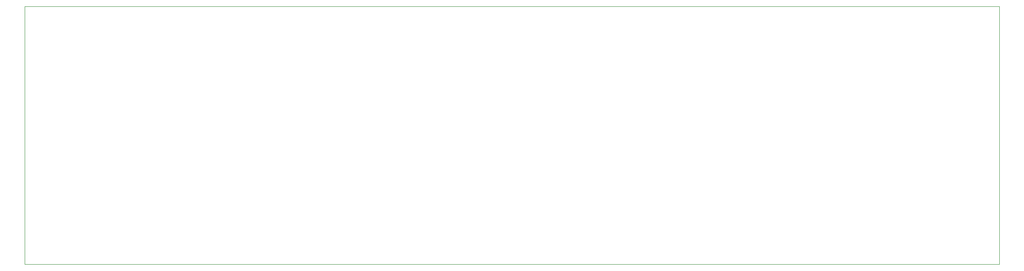
<source format=gbr>
%TF.GenerationSoftware,KiCad,Pcbnew,9.0.3*%
%TF.CreationDate,2025-07-15T10:45:23+03:00*%
%TF.ProjectId,control_unit_tester,636f6e74-726f-46c5-9f75-6e69745f7465,R2*%
%TF.SameCoordinates,Original*%
%TF.FileFunction,Profile,NP*%
%FSLAX46Y46*%
G04 Gerber Fmt 4.6, Leading zero omitted, Abs format (unit mm)*
G04 Created by KiCad (PCBNEW 9.0.3) date 2025-07-15 10:45:23*
%MOMM*%
%LPD*%
G01*
G04 APERTURE LIST*
%TA.AperFunction,Profile*%
%ADD10C,0.050000*%
%TD*%
G04 APERTURE END LIST*
D10*
X59550000Y-62000000D02*
X253425000Y-62000000D01*
X253425000Y-113450000D01*
X59550000Y-113450000D01*
X59550000Y-62000000D01*
M02*

</source>
